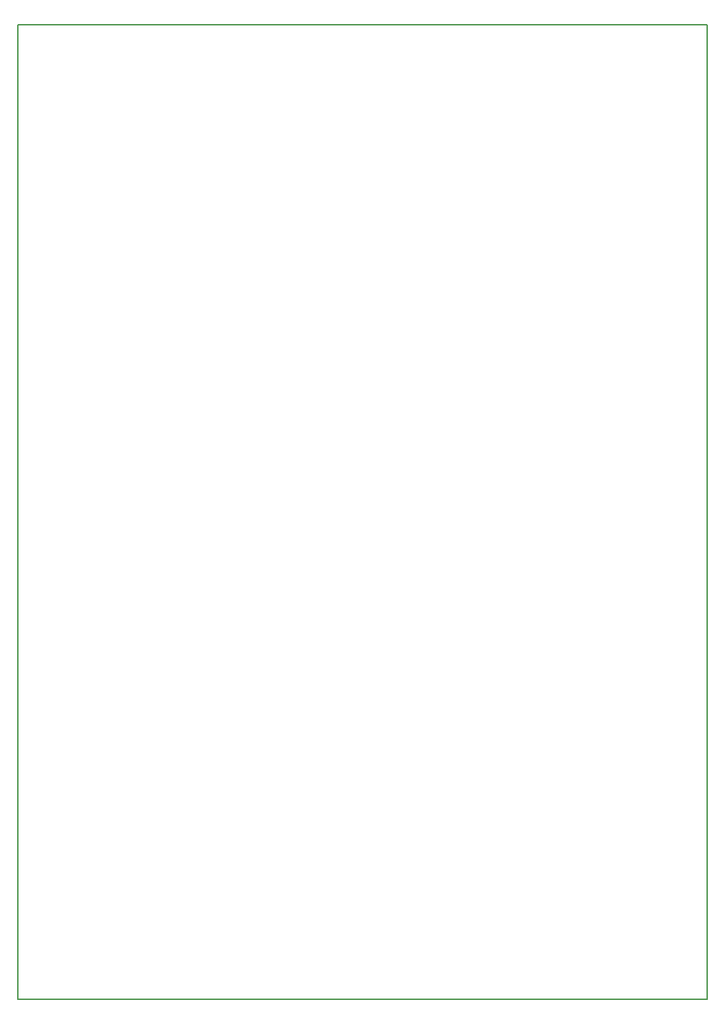
<source format=gbr>
%TF.GenerationSoftware,KiCad,Pcbnew,9.0.2-9-g92f6307ebb*%
%TF.CreationDate,2025-06-20T01:42:08+08:00*%
%TF.ProjectId,HPM5E31_ECatDualFOC,48504d35-4533-4315-9f45-436174447561,rev?*%
%TF.SameCoordinates,Original*%
%TF.FileFunction,Profile,NP*%
%FSLAX46Y46*%
G04 Gerber Fmt 4.6, Leading zero omitted, Abs format (unit mm)*
G04 Created by KiCad (PCBNEW 9.0.2-9-g92f6307ebb) date 2025-06-20 01:42:08*
%MOMM*%
%LPD*%
G01*
G04 APERTURE LIST*
%TA.AperFunction,Profile*%
%ADD10C,0.150000*%
%TD*%
G04 APERTURE END LIST*
D10*
X61800000Y-62750000D02*
X146800000Y-62750000D01*
X146800000Y-182750000D01*
X61800000Y-182750000D01*
X61800000Y-62750000D01*
M02*

</source>
